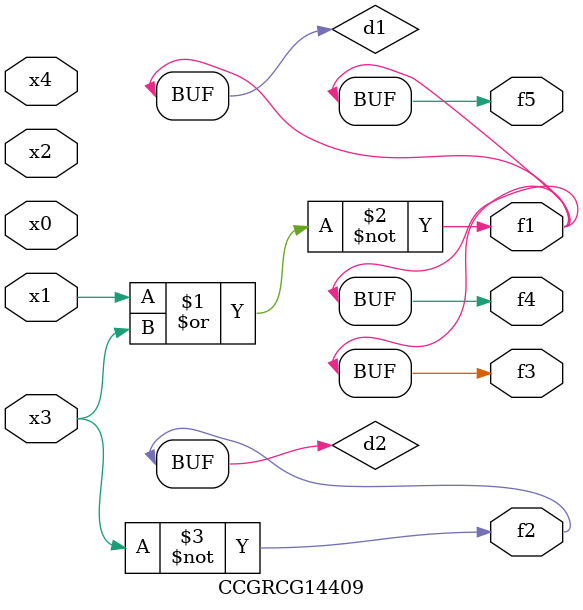
<source format=v>
module CCGRCG14409(
	input x0, x1, x2, x3, x4,
	output f1, f2, f3, f4, f5
);

	wire d1, d2;

	nor (d1, x1, x3);
	not (d2, x3);
	assign f1 = d1;
	assign f2 = d2;
	assign f3 = d1;
	assign f4 = d1;
	assign f5 = d1;
endmodule

</source>
